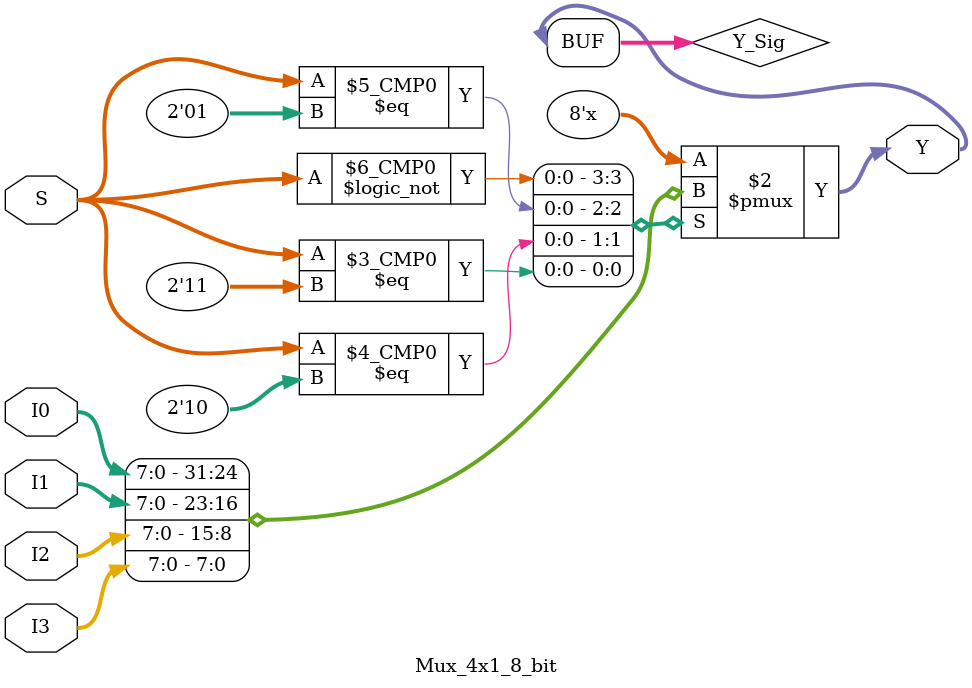
<source format=v>
module Mux_4x1_8_bit(I3,I2,I1,I0,S,Y);
	input [7:0] I3,I2,I1,I0;
	input [1:0] S;
	reg [7:0] Y_Sig;
	output[7:0] Y;
	
	assign Y = Y_Sig;
	always @*
		case(S)
			2'b00: Y_Sig = I0;
			2'b01: Y_Sig = I1;
			2'b10: Y_Sig = I2;
			2'b11: Y_Sig = I3;
		endcase
endmodule 
</source>
